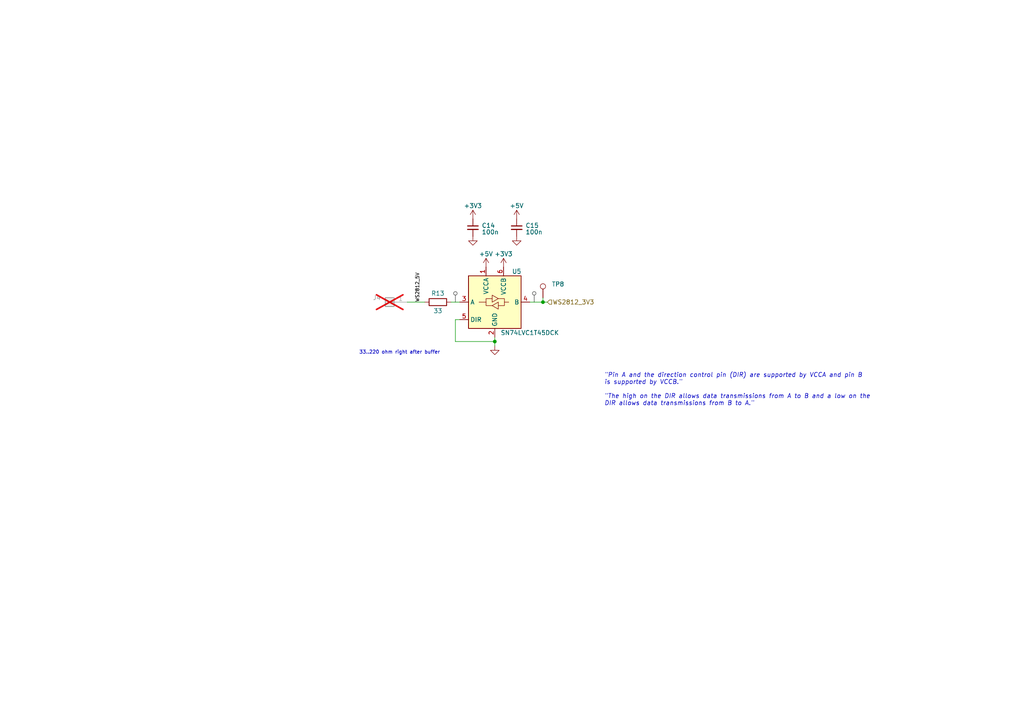
<source format=kicad_sch>
(kicad_sch (version 20231120) (generator "eeschema") (generator_version "8.0")
  (paper "A4")
  (title_block (title "WS2812b output") (date "2023-05-25") (rev "1.0") (company "Vas' lab"))
  (lib_symbols
    (symbol "Connector:TestPoint" (pin_numbers hide) (pin_names (offset 0.762) hide)
      (property "Reference" "TP" (at 0 6.858 0))
      (property "Value" "TestPoint" (at 0 5.08 0))
      (symbol "TestPoint_0_1"
        (circle (center 0 3.302) (radius 0.762))
      )
      (symbol "TestPoint_1_1"
        (pin passive line (at 0 0 90) (length 2.54) (name "1") (number "1"))
      )
    )
    (symbol "Connector_Generic:Conn_01x01" (pin_names (offset 1.016) hide)
      (property "Reference" "J" (at 0 2.54 0))
      (property "Value" "Conn_01x01" (at 0 -2.54 0))
      (symbol "Conn_01x01_1_1"
        (rectangle (start -1.27 0.127) (end 0 -0.127) (stroke (width 0.1524)))
        (rectangle (start -1.27 1.27) (end 1.27 -1.27) (stroke (width 0.254)) (fill (type background)))
        (pin passive line (at -5.08 0 0) (length 3.81) (name "Pin_1") (number "1"))
      )
    )
    (symbol "Device:C_Small" (pin_numbers hide) (pin_names (offset 0.254) hide)
      (property "Reference" "C" (at 0.254 1.778 0))
      (property "Value" "C_Small" (at 0.254 -2.032 0))
      (symbol "C_Small_0_1"
        (polyline (pts (xy -1.524 -0.508) (xy 1.524 -0.508)) (stroke (width 0.3302)))
        (polyline (pts (xy -1.524 0.508) (xy 1.524 0.508)) (stroke (width 0.3048)))
      )
      (symbol "C_Small_1_1"
        (pin passive line (at 0 2.54 270) (length 2.032) (name "~") (number "1"))
        (pin passive line (at 0 -2.54 90) (length 2.032) (name "~") (number "2"))
      )
    )
    (symbol "Device:R" (pin_numbers hide) (pin_names (offset 0))
      (property "Reference" "R" (at 2.032 0 90))
      (property "Value" "R" (at 0 0 90))
      (symbol "R_0_1"
        (rectangle (start -1.016 -2.54) (end 1.016 2.54) (stroke (width 0.254)))
      )
      (symbol "R_1_1"
        (pin passive line (at 0 3.81 270) (length 1.27) (name "~") (number "1"))
        (pin passive line (at 0 -3.81 90) (length 1.27) (name "~") (number "2"))
      )
    )
    (symbol "Logic_LevelTranslator:SN74LVC1T45DBV"
      (property "Reference" "U" (at -6.35 8.89 0))
      (property "Value" "SN74LVC1T45DBV" (at 3.81 8.89 0))
      (symbol "SN74LVC1T45DBV_0_1"
        (rectangle (start -7.62 7.62) (end 7.62 -7.62) (stroke (width 0.254)) (fill (type background)))
        (polyline (pts (xy -2.54 0) (xy -2.54 1.016) (xy -0.762 1.016)))
        (polyline (pts (xy 2.794 0) (xy 2.794 -1.016) (xy 1.016 -1.016)))
        (polyline (pts (xy -0.762 -1.016) (xy -2.54 -1.016) (xy -2.54 0) (xy -4.572 0)))
        (polyline (pts (xy -0.762 0) (xy -0.762 2.032) (xy 1.016 1.016) (xy -0.762 0)))
        (polyline (pts (xy 1.016 1.016) (xy 2.794 1.016) (xy 2.794 0) (xy 4.064 0)))
        (polyline (pts (xy 1.016 0) (xy 1.016 -1.778) (xy 1.016 -2.032) (xy -0.762 -1.016) (xy 1.016 0)))
      )
      (symbol "SN74LVC1T45DBV_1_1"
        (pin power_in line (at -2.54 10.16 270) (length 2.54) (name "VCCA") (number "1"))
        (pin power_in line (at 0 -10.16 90) (length 2.54) (name "GND") (number "2"))
        (pin bidirectional line (at -10.16 0 0) (length 2.54) (name "A") (number "3"))
        (pin bidirectional line (at 10.16 0 180) (length 2.54) (name "B") (number "4"))
        (pin input line (at -10.16 -5.08 0) (length 2.54) (name "DIR") (number "5"))
        (pin power_in line (at 2.54 10.16 270) (length 2.54) (name "VCCB") (number "6"))
      )
    )
    (symbol "power:+3V3" (power) (pin_names (offset 0))
      (property "Value" "+3V3" (at 0 3.556 0))
      (symbol "+3V3_0_1"
        (polyline (pts (xy -0.762 1.27) (xy 0 2.54)))
        (polyline (pts (xy 0 0) (xy 0 2.54)))
        (polyline (pts (xy 0 2.54) (xy 0.762 1.27)))
      )
      (symbol "+3V3_1_1"
        (pin power_in line (at 0 0 90) (length 0) hide (name "+3V3") (number "1"))
      )
    )
    (symbol "power:+5V" (power) (pin_names (offset 0))
      (property "Value" "+5V" (at 0 3.556 0))
      (symbol "+5V_0_1"
        (polyline (pts (xy -0.762 1.27) (xy 0 2.54)))
        (polyline (pts (xy 0 0) (xy 0 2.54)))
        (polyline (pts (xy 0 2.54) (xy 0.762 1.27)))
      )
      (symbol "+5V_1_1"
        (pin power_in line (at 0 0 90) (length 0) hide (name "+5V") (number "1"))
      )
    )
    (symbol "power:GND" (power) (pin_names (offset 0))
      (property "Value" "GND" (at 0 -3.81 0))
      (symbol "GND_0_1"
        (polyline (pts (xy 0 0) (xy 0 -1.27) (xy 1.27 -1.27) (xy 0 -2.54) (xy -1.27 -1.27) (xy 0 -1.27)))
      )
      (symbol "GND_1_1"
        (pin power_in line (at 0 0 270) (length 0) hide (name "GND") (number "1"))
      )
    )
  )
  (junction (at 143.51 99.06))
  (junction (at 157.48 87.63))
  (wire (pts (xy 143.51 100.33) (xy 143.51 99.06)))
  (wire (pts (xy 153.67 87.63) (xy 157.48 87.63)))
  (wire (pts (xy 132.08 99.06) (xy 143.51 99.06)))
  (wire (pts (xy 130.81 87.63) (xy 133.35 87.63)))
  (wire (pts (xy 157.48 87.63) (xy 158.75 87.63)))
  (wire (pts (xy 132.08 92.71) (xy 132.08 99.06)))
  (wire (pts (xy 118.11 87.63) (xy 123.19 87.63)))
  (wire (pts (xy 157.48 86.36) (xy 157.48 87.63)))
  (wire (pts (xy 143.51 99.06) (xy 143.51 97.79)))
  (wire (pts (xy 133.35 92.71) (xy 132.08 92.71)))
  (text "33..220 ohm right after buffer" (at 104.14 102.87 0) (effects (font (size 1 1)) (justify left bottom)))
  (text "\"Pin A and the direction control pin (DIR) are supported by VCCA and pin B\nis supported by VCCB.\"\n\n\"The high on the DIR allows data transmissions from A to B and a low on the\nDIR allows data transmissions from B to A.\"\n\n\n" (at 175.26 121.92 0) (effects (font (size 1.27 1.27) (italic yes)) (justify left bottom)))
  (label "WS2812_5V" (at 121.92 87.63 90) (effects (font (size 1 1))) (property "Netclass" "signal_hs" (effects (hide yes))))
  (hierarchical_label "WS2812_3V3" (shape input) (at 158.75 87.63 0) (property "Netclass" "signal_hs" (effects (hide yes))))
  (netclass_flag "" (length 2.54) (shape round) (at 154.94 87.63 0) (property "Netclass" "signal_hs" (effects (hide yes))))
  (netclass_flag "" (length 2.54) (shape round) (at 132.08 87.63 0) (property "Netclass" "signal_hs" (effects (hide yes))))
  (symbol (lib_id "power:GND") (at 149.86 68.58 0) (unit 1)
    (property "Reference" "#PWR031" (effects (hide yes)))
    (property "Value" "GND" (effects (hide yes)))
  )
  (symbol (lib_id "Device:C_Small") (at 149.86 66.04 0) (unit 1)
    (property "Reference" "C15" (at 152.4 65.4113 0) (effects (justify left)))
    (property "Value" "100n" (at 152.4 67.31 0) (effects (justify left)))
    (property "Footprint" "Capacitor_SMD:C_0805_2012Metric_Pad1.18x1.45mm_HandSolder" (effects (hide yes)))
  )
  (symbol (lib_id "Logic_LevelTranslator:SN74LVC1T45DBV") (at 143.51 87.63 0) (unit 1)
    (property "Reference" "U5" (at 149.86 78.74 0))
    (property "Value" "SN74LVC1T45DCK" (at 153.67 96.52 0))
    (property "Footprint" "Package_TO_SOT_SMD:SOT-23-6" (effects (hide yes)))
    (property "Datasheet" "http://www.ti.com/lit/ds/symlink/sn74lvc1t45.pdf" (effects (hide yes)))
  )
  (symbol (lib_id "power:GND") (at 137.16 68.58 0) (unit 1)
    (property "Reference" "#PWR030" (effects (hide yes)))
    (property "Value" "GND" (effects (hide yes)))
  )
  (symbol (lib_id "Connector_Generic:Conn_01x01") (at 113.03 87.63 0) (mirror y) (unit 1) (dnp yes)
    (property "Reference" "J4" (at 110.49 86.36 0) (effects (justify left)))
    (property "Value" "Conn_01x01" (effects (hide yes)))
    (property "Footprint" "Connector_Wire:SolderWire-0.15sqmm_1x01_D0.5mm_OD1.5mm" (effects (hide yes)))
  )
  (symbol (lib_id "power:+5V") (at 149.86 63.5 0) (unit 1)
    (property "Reference" "#PWR029" (effects (hide yes)))
    (property "Value" "+5V" (at 149.86 59.69 0))
  )
  (symbol (lib_id "power:+5V") (at 140.97 77.47 0) (unit 1)
    (property "Reference" "#PWR032" (effects (hide yes)))
    (property "Value" "+5V" (at 140.97 73.66 0))
  )
  (symbol (lib_id "Connector:TestPoint") (at 157.48 86.36 0) (unit 1) (in_bom no)
    (property "Reference" "TP8" (at 160.02 82.423 0) (effects (justify left)))
    (property "Value" "TestPoint" (effects (hide yes)))
    (property "Footprint" "TestPoint:TestPoint_Pad_1.0x1.0mm" (effects (hide yes)))
  )
  (symbol (lib_id "power:+3V3") (at 137.16 63.5 0) (unit 1)
    (property "Reference" "#PWR028" (effects (hide yes)))
    (property "Value" "+3V3" (at 137.16 59.69 0))
  )
  (symbol (lib_id "Device:C_Small") (at 137.16 66.04 0) (unit 1)
    (property "Reference" "C14" (at 139.7 65.4113 0) (effects (justify left)))
    (property "Value" "100n" (at 139.7 67.31 0) (effects (justify left)))
    (property "Footprint" "Capacitor_SMD:C_0805_2012Metric_Pad1.18x1.45mm_HandSolder" (effects (hide yes)))
  )
  (symbol (lib_id "Device:R") (at 127 87.63 90) (unit 1)
    (property "Reference" "R13" (at 127 85.09 90))
    (property "Value" "33" (at 127 90.17 90))
    (property "Footprint" "Resistor_SMD:R_0805_2012Metric_Pad1.20x1.40mm_HandSolder" (effects (hide yes)))
  )
  (symbol (lib_id "power:GND") (at 143.51 100.33 0) (unit 1)
    (property "Reference" "#PWR034" (effects (hide yes)))
    (property "Value" "GND" (effects (hide yes)))
  )
  (symbol (lib_id "power:+3V3") (at 146.05 77.47 0) (unit 1)
    (property "Reference" "#PWR033" (effects (hide yes)))
    (property "Value" "+3V3" (at 146.05 73.66 0))
  )
)
</source>
